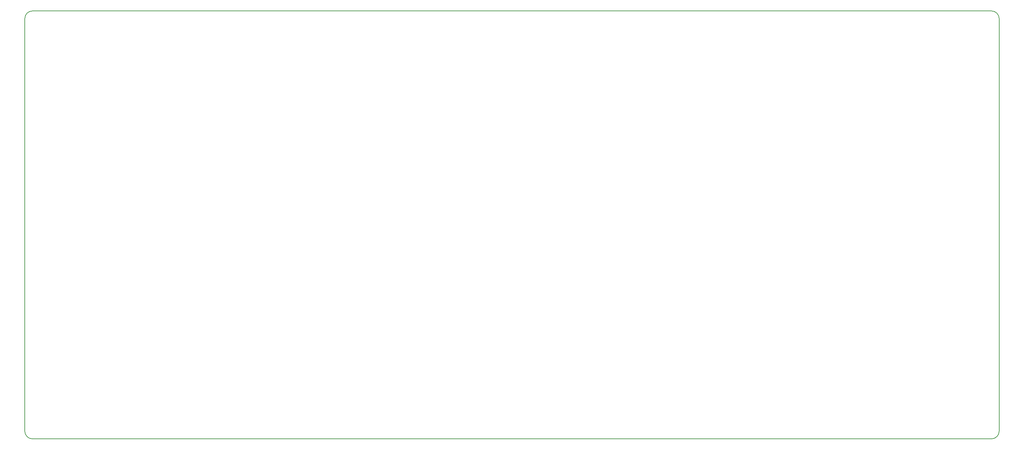
<source format=gko>
%FSLAX25Y25*%
%MOIN*%
G70*
G01*
G75*
G04 Layer_Color=16711935*
%ADD10R,0.04724X0.13386*%
%ADD11R,0.06693X0.07874*%
%ADD12R,0.05315X0.01772*%
%ADD13R,0.01378X0.02165*%
%ADD14R,0.11024X0.04921*%
%ADD15R,0.09252X0.20079*%
%ADD16R,0.06693X0.09843*%
%ADD17R,0.03543X0.02362*%
%ADD18R,0.07087X0.03543*%
%ADD19R,0.07087X0.15354*%
%ADD20R,0.05118X0.21654*%
%ADD21R,0.02362X0.03543*%
%ADD22C,0.00591*%
%ADD23C,0.01772*%
%ADD24C,0.15748*%
%ADD25O,0.15748X0.29134*%
%ADD26C,0.00984*%
%ADD27C,0.00787*%
%ADD28C,0.00100*%
%ADD29R,0.00984X0.01772*%
%ADD30R,0.10630X0.04528*%
%ADD31R,0.05118X0.13780*%
%ADD32R,0.07087X0.08268*%
%ADD33R,0.05709X0.02165*%
%ADD34R,0.01772X0.02559*%
%ADD35R,0.11417X0.05315*%
%ADD36R,0.09646X0.20472*%
%ADD37R,0.07087X0.10236*%
%ADD38R,0.03937X0.02756*%
%ADD39R,0.07480X0.03937*%
%ADD40R,0.07480X0.15748*%
%ADD41R,0.05512X0.22047*%
%ADD42R,0.02756X0.03937*%
%ADD43C,0.16142*%
%ADD44O,0.16142X0.29528*%
D27*
X492126Y208661D02*
G03*
X484252Y216535I-7874J0D01*
G01*
Y-216535D02*
G03*
X492126Y-208661I0J7874D01*
G01*
X-492126D02*
G03*
X-484252Y-216535I7874J0D01*
G01*
Y216535D02*
G03*
X-492126Y208661I0J-7874D01*
G01*
X492126Y-208661D02*
Y208661D01*
X-484252Y-216535D02*
X484252D01*
X-492126Y-208661D02*
Y208661D01*
X-484252Y216535D02*
X484252D01*
M02*

</source>
